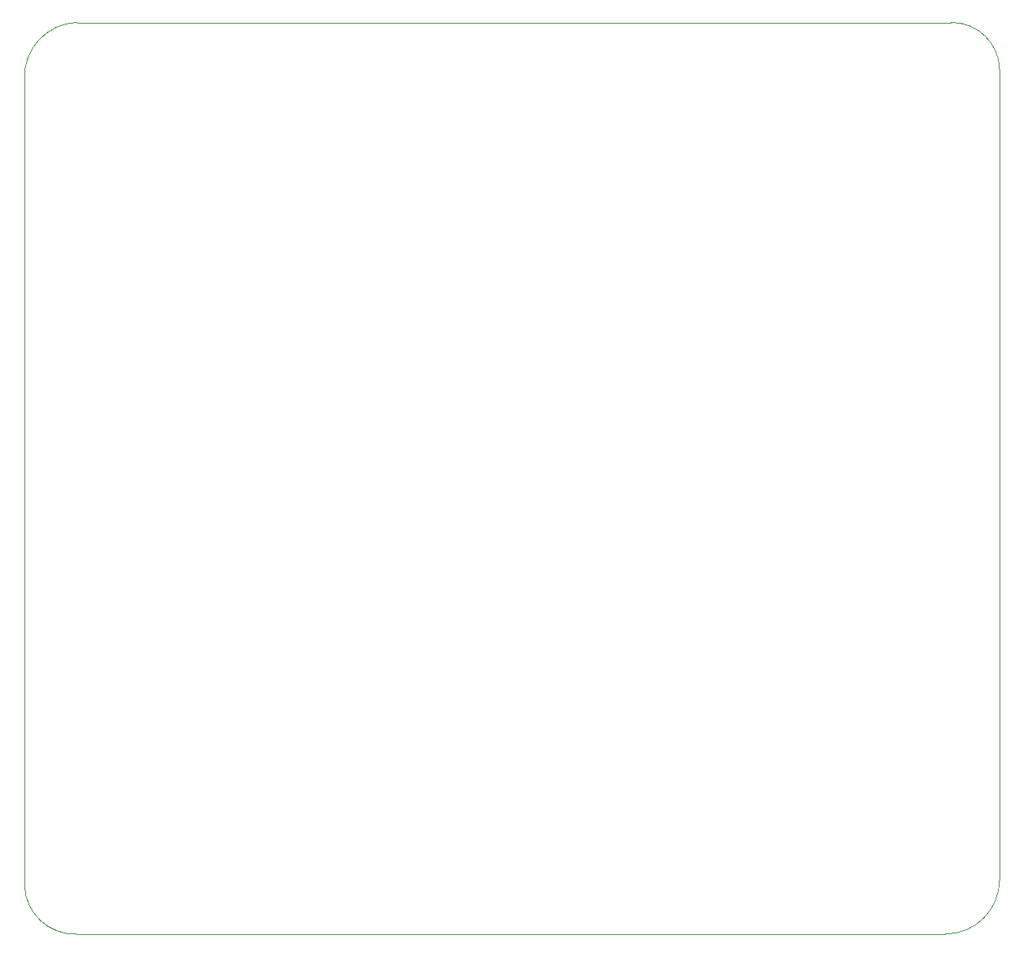
<source format=gbr>
G04*
G04 #@! TF.GenerationSoftware,Altium Limited,Altium Designer,24.1.2 (44)*
G04*
G04 Layer_Color=0*
%FSLAX44Y44*%
%MOMM*%
G71*
G04*
G04 #@! TF.SameCoordinates,8DB790BD-C0D2-442E-8808-D1DB86FAA070*
G04*
G04*
G04 #@! TF.FilePolarity,Positive*
G04*
G01*
G75*
%ADD162C,0.0254*%
D162*
X1230627Y756874D02*
G03*
X1286556Y704847I53978J1951D01*
G01*
X1287294Y705116D01*
X2217906D01*
X2218690Y704846D01*
D02*
G03*
X2277114Y763270I-0J58424D01*
G01*
X2276844Y764054D01*
Y1632436D01*
X2277114Y1633236D01*
D02*
G03*
X2225024Y1684024I-51439J-651D01*
G01*
X2224255Y1683753D01*
X1287294D01*
X1286454Y1684022D01*
D02*
G03*
X1230627Y1623004I2596J-58422D01*
G01*
X1230896Y1622276D01*
X1230627Y756874D01*
M02*

</source>
